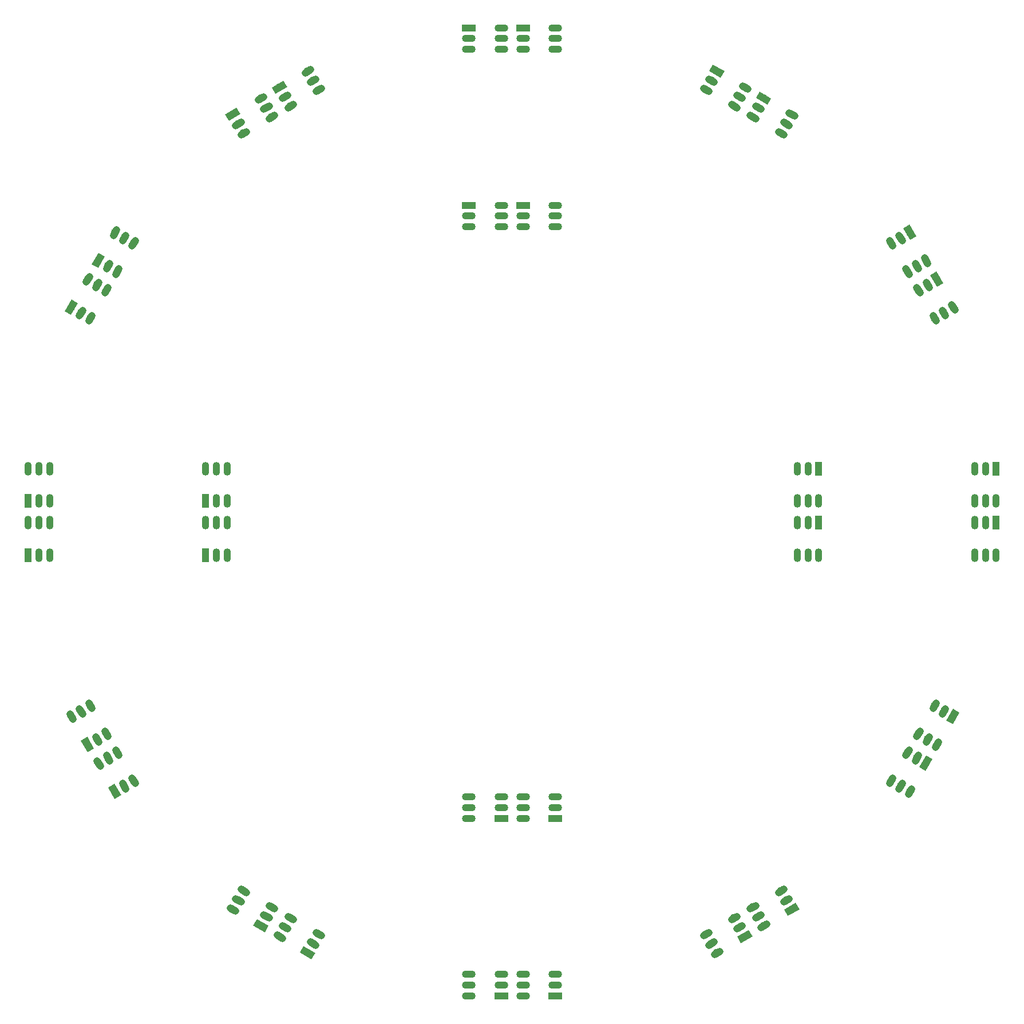
<source format=gbr>
G04 #@! TF.GenerationSoftware,KiCad,Pcbnew,(5.0.1-3-g963ef8bb5)*
G04 #@! TF.CreationDate,2019-08-14T18:08:12+02:00*
G04 #@! TF.ProjectId,crecol_led_pcb_v20,637265636F6C5F6C65645F7063625F76,rev?*
G04 #@! TF.SameCoordinates,Original*
G04 #@! TF.FileFunction,Paste,Top*
G04 #@! TF.FilePolarity,Positive*
%FSLAX46Y46*%
G04 Gerber Fmt 4.6, Leading zero omitted, Abs format (unit mm)*
G04 Created by KiCad (PCBNEW (5.0.1-3-g963ef8bb5)) date 2019 August 14, Wednesday 18:08:12*
%MOMM*%
%LPD*%
G01*
G04 APERTURE LIST*
%ADD10R,2.000000X1.100000*%
%ADD11O,2.000000X1.100000*%
%ADD12R,1.100000X2.000000*%
%ADD13O,1.100000X2.000000*%
%ADD14C,1.100000*%
%ADD15C,1.100000*%
%ADD16C,0.100000*%
G04 APERTURE END LIST*
D10*
G04 #@! TO.C,U14B1*
X98400000Y-145350000D03*
D11*
X98400000Y-143750000D03*
X98400000Y-142150000D03*
X93600000Y-142150000D03*
X93600000Y-143750000D03*
X93600000Y-145350000D03*
G04 #@! TD*
D12*
G04 #@! TO.C,U15B1*
X54650000Y-98400000D03*
D13*
X56250000Y-98400000D03*
X57850000Y-98400000D03*
X57850000Y-93600000D03*
X56250000Y-93600000D03*
X54650000Y-93600000D03*
G04 #@! TD*
D10*
G04 #@! TO.C,U16B1*
X101600000Y-54650000D03*
D11*
X101600000Y-56250000D03*
X101600000Y-57850000D03*
X106400000Y-57850000D03*
X106400000Y-56250000D03*
X106400000Y-54650000D03*
G04 #@! TD*
G04 #@! TO.C,U14A1*
X101600000Y-145350000D03*
X101600000Y-143750000D03*
X101600000Y-142150000D03*
X106400000Y-142150000D03*
X106400000Y-143750000D03*
D10*
X106400000Y-145350000D03*
G04 #@! TD*
D13*
G04 #@! TO.C,U15A1*
X54650000Y-101600000D03*
X56250000Y-101600000D03*
X57850000Y-101600000D03*
X57850000Y-106400000D03*
X56250000Y-106400000D03*
D12*
X54650000Y-106400000D03*
G04 #@! TD*
D11*
G04 #@! TO.C,U16A1*
X98400000Y-54650000D03*
X98400000Y-56250000D03*
X98400000Y-57850000D03*
X93600000Y-57850000D03*
X93600000Y-56250000D03*
D10*
X93600000Y-54650000D03*
G04 #@! TD*
D14*
G04 #@! TO.C,U1A1*
X134414359Y-37192581D03*
D15*
X134024648Y-36967581D02*
X134804070Y-37417581D01*
D14*
X133614359Y-38578222D03*
D15*
X133224648Y-38353222D02*
X134004070Y-38803222D01*
D14*
X132814359Y-39963863D03*
D15*
X132424648Y-39738863D02*
X133204070Y-40188863D01*
D14*
X128657437Y-37563863D03*
D15*
X128267726Y-37338863D02*
X129047148Y-37788863D01*
D14*
X129457437Y-36178222D03*
D15*
X129067726Y-35953222D02*
X129847148Y-36403222D01*
D14*
X130257437Y-34792581D03*
D16*
G36*
X129116412Y-34768895D02*
X129666412Y-33816267D01*
X131398462Y-34816267D01*
X130848462Y-35768895D01*
X129116412Y-34768895D01*
X129116412Y-34768895D01*
G37*
G04 #@! TD*
D14*
G04 #@! TO.C,U2A1*
X161207419Y-62814359D03*
D15*
X160982419Y-62424648D02*
X161432419Y-63204070D01*
D14*
X159821778Y-63614359D03*
D15*
X159596778Y-63224648D02*
X160046778Y-64004070D01*
D14*
X158436137Y-64414359D03*
D15*
X158211137Y-64024648D02*
X158661137Y-64804070D01*
D14*
X156036137Y-60257437D03*
D15*
X155811137Y-59867726D02*
X156261137Y-60647148D01*
D14*
X157421778Y-59457437D03*
D15*
X157196778Y-59067726D02*
X157646778Y-59847148D01*
D14*
X158807419Y-58657437D03*
D16*
G36*
X157831105Y-58066412D02*
X158783733Y-57516412D01*
X159783733Y-59248462D01*
X158831105Y-59798462D01*
X157831105Y-58066412D01*
X157831105Y-58066412D01*
G37*
G04 #@! TD*
D13*
G04 #@! TO.C,U3A1*
X171600000Y-98400000D03*
X170000000Y-98400000D03*
X168400000Y-98400000D03*
X168400000Y-93600000D03*
X170000000Y-93600000D03*
D12*
X171600000Y-93600000D03*
G04 #@! TD*
D14*
G04 #@! TO.C,U4A1*
X162807419Y-134414359D03*
D15*
X163032419Y-134024648D02*
X162582419Y-134804070D01*
D14*
X161421778Y-133614359D03*
D15*
X161646778Y-133224648D02*
X161196778Y-134004070D01*
D14*
X160036137Y-132814359D03*
D15*
X160261137Y-132424648D02*
X159811137Y-133204070D01*
D14*
X162436137Y-128657437D03*
D15*
X162661137Y-128267726D02*
X162211137Y-129047148D01*
D14*
X163821778Y-129457437D03*
D15*
X164046778Y-129067726D02*
X163596778Y-129847148D01*
D14*
X165207419Y-130257437D03*
D16*
G36*
X165231105Y-129116412D02*
X166183733Y-129666412D01*
X165183733Y-131398462D01*
X164231105Y-130848462D01*
X165231105Y-129116412D01*
X165231105Y-129116412D01*
G37*
G04 #@! TD*
D14*
G04 #@! TO.C,U5A1*
X137185641Y-161207419D03*
D15*
X137575352Y-160982419D02*
X136795930Y-161432419D01*
D14*
X136385641Y-159821778D03*
D15*
X136775352Y-159596778D02*
X135995930Y-160046778D01*
D14*
X135585641Y-158436137D03*
D15*
X135975352Y-158211137D02*
X135195930Y-158661137D01*
D14*
X139742563Y-156036137D03*
D15*
X140132274Y-155811137D02*
X139352852Y-156261137D01*
D14*
X140542563Y-157421778D03*
D15*
X140932274Y-157196778D02*
X140152852Y-157646778D01*
D14*
X141342563Y-158807419D03*
D16*
G36*
X141933588Y-157831105D02*
X142483588Y-158783733D01*
X140751538Y-159783733D01*
X140201538Y-158831105D01*
X141933588Y-157831105D01*
X141933588Y-157831105D01*
G37*
G04 #@! TD*
D11*
G04 #@! TO.C,U6A1*
X101600000Y-171600000D03*
X101600000Y-170000000D03*
X101600000Y-168400000D03*
X106400000Y-168400000D03*
X106400000Y-170000000D03*
D10*
X106400000Y-171600000D03*
G04 #@! TD*
D14*
G04 #@! TO.C,U7A1*
X65585641Y-162807419D03*
D15*
X65975352Y-163032419D02*
X65195930Y-162582419D01*
D14*
X66385641Y-161421778D03*
D15*
X66775352Y-161646778D02*
X65995930Y-161196778D01*
D14*
X67185641Y-160036137D03*
D15*
X67575352Y-160261137D02*
X66795930Y-159811137D01*
D14*
X71342563Y-162436137D03*
D15*
X71732274Y-162661137D02*
X70952852Y-162211137D01*
D14*
X70542563Y-163821778D03*
D15*
X70932274Y-164046778D02*
X70152852Y-163596778D01*
D14*
X69742563Y-165207419D03*
D16*
G36*
X70883588Y-165231105D02*
X70333588Y-166183733D01*
X68601538Y-165183733D01*
X69151538Y-164231105D01*
X70883588Y-165231105D01*
X70883588Y-165231105D01*
G37*
G04 #@! TD*
D14*
G04 #@! TO.C,U8A1*
X38792581Y-137185641D03*
D15*
X39017581Y-137575352D02*
X38567581Y-136795930D01*
D14*
X40178222Y-136385641D03*
D15*
X40403222Y-136775352D02*
X39953222Y-135995930D01*
D14*
X41563863Y-135585641D03*
D15*
X41788863Y-135975352D02*
X41338863Y-135195930D01*
D14*
X43963863Y-139742563D03*
D15*
X44188863Y-140132274D02*
X43738863Y-139352852D01*
D14*
X42578222Y-140542563D03*
D15*
X42803222Y-140932274D02*
X42353222Y-140152852D01*
D14*
X41192581Y-141342563D03*
D16*
G36*
X42168895Y-141933588D02*
X41216267Y-142483588D01*
X40216267Y-140751538D01*
X41168895Y-140201538D01*
X42168895Y-141933588D01*
X42168895Y-141933588D01*
G37*
G04 #@! TD*
D13*
G04 #@! TO.C,U9A1*
X28400000Y-101600000D03*
X30000000Y-101600000D03*
X31600000Y-101600000D03*
X31600000Y-106400000D03*
X30000000Y-106400000D03*
D12*
X28400000Y-106400000D03*
G04 #@! TD*
D14*
G04 #@! TO.C,U10A1*
X37192581Y-65585641D03*
D15*
X36967581Y-65975352D02*
X37417581Y-65195930D01*
D14*
X38578222Y-66385641D03*
D15*
X38353222Y-66775352D02*
X38803222Y-65995930D01*
D14*
X39963863Y-67185641D03*
D15*
X39738863Y-67575352D02*
X40188863Y-66795930D01*
D14*
X37563863Y-71342563D03*
D15*
X37338863Y-71732274D02*
X37788863Y-70952852D01*
D14*
X36178222Y-70542563D03*
D15*
X35953222Y-70932274D02*
X36403222Y-70152852D01*
D14*
X34792581Y-69742563D03*
D16*
G36*
X34768895Y-70883588D02*
X33816267Y-70333588D01*
X34816267Y-68601538D01*
X35768895Y-69151538D01*
X34768895Y-70883588D01*
X34768895Y-70883588D01*
G37*
G04 #@! TD*
D14*
G04 #@! TO.C,U11A1*
X62814359Y-38792581D03*
D15*
X62424648Y-39017581D02*
X63204070Y-38567581D01*
D14*
X63614359Y-40178222D03*
D15*
X63224648Y-40403222D02*
X64004070Y-39953222D01*
D14*
X64414359Y-41563863D03*
D15*
X64024648Y-41788863D02*
X64804070Y-41338863D01*
D14*
X60257437Y-43963863D03*
D15*
X59867726Y-44188863D02*
X60647148Y-43738863D01*
D14*
X59457437Y-42578222D03*
D15*
X59067726Y-42803222D02*
X59847148Y-42353222D01*
D14*
X58657437Y-41192581D03*
D16*
G36*
X58066412Y-42168895D02*
X57516412Y-41216267D01*
X59248462Y-40216267D01*
X59798462Y-41168895D01*
X58066412Y-42168895D01*
X58066412Y-42168895D01*
G37*
G04 #@! TD*
D14*
G04 #@! TO.C,U1B1*
X137185641Y-38792581D03*
D16*
G36*
X136044616Y-38768895D02*
X136594616Y-37816267D01*
X138326666Y-38816267D01*
X137776666Y-39768895D01*
X136044616Y-38768895D01*
X136044616Y-38768895D01*
G37*
D14*
X136385641Y-40178222D03*
D15*
X135995930Y-39953222D02*
X136775352Y-40403222D01*
D14*
X135585641Y-41563863D03*
D15*
X135195930Y-41338863D02*
X135975352Y-41788863D01*
D14*
X139742563Y-43963863D03*
D15*
X139352852Y-43738863D02*
X140132274Y-44188863D01*
D14*
X140542563Y-42578222D03*
D15*
X140152852Y-42353222D02*
X140932274Y-42803222D01*
D14*
X141342563Y-41192581D03*
D15*
X140952852Y-40967581D02*
X141732274Y-41417581D01*
G04 #@! TD*
D14*
G04 #@! TO.C,U2B1*
X162807419Y-65585641D03*
D16*
G36*
X161831105Y-64994616D02*
X162783733Y-64444616D01*
X163783733Y-66176666D01*
X162831105Y-66726666D01*
X161831105Y-64994616D01*
X161831105Y-64994616D01*
G37*
D14*
X161421778Y-66385641D03*
D15*
X161196778Y-65995930D02*
X161646778Y-66775352D01*
D14*
X160036137Y-67185641D03*
D15*
X159811137Y-66795930D02*
X160261137Y-67575352D01*
D14*
X162436137Y-71342563D03*
D15*
X162211137Y-70952852D02*
X162661137Y-71732274D01*
D14*
X163821778Y-70542563D03*
D15*
X163596778Y-70152852D02*
X164046778Y-70932274D01*
D14*
X165207419Y-69742563D03*
D15*
X164982419Y-69352852D02*
X165432419Y-70132274D01*
G04 #@! TD*
D12*
G04 #@! TO.C,U3B1*
X171600000Y-101600000D03*
D13*
X170000000Y-101600000D03*
X168400000Y-101600000D03*
X168400000Y-106400000D03*
X170000000Y-106400000D03*
X171600000Y-106400000D03*
G04 #@! TD*
D14*
G04 #@! TO.C,U4B1*
X161207419Y-137185641D03*
D16*
G36*
X161231105Y-136044616D02*
X162183733Y-136594616D01*
X161183733Y-138326666D01*
X160231105Y-137776666D01*
X161231105Y-136044616D01*
X161231105Y-136044616D01*
G37*
D14*
X159821778Y-136385641D03*
D15*
X160046778Y-135995930D02*
X159596778Y-136775352D01*
D14*
X158436137Y-135585641D03*
D15*
X158661137Y-135195930D02*
X158211137Y-135975352D01*
D14*
X156036137Y-139742563D03*
D15*
X156261137Y-139352852D02*
X155811137Y-140132274D01*
D14*
X157421778Y-140542563D03*
D15*
X157646778Y-140152852D02*
X157196778Y-140932274D01*
D14*
X158807419Y-141342563D03*
D15*
X159032419Y-140952852D02*
X158582419Y-141732274D01*
G04 #@! TD*
D14*
G04 #@! TO.C,U5B1*
X134414359Y-162807419D03*
D16*
G36*
X135005384Y-161831105D02*
X135555384Y-162783733D01*
X133823334Y-163783733D01*
X133273334Y-162831105D01*
X135005384Y-161831105D01*
X135005384Y-161831105D01*
G37*
D14*
X133614359Y-161421778D03*
D15*
X134004070Y-161196778D02*
X133224648Y-161646778D01*
D14*
X132814359Y-160036137D03*
D15*
X133204070Y-159811137D02*
X132424648Y-160261137D01*
D14*
X128657437Y-162436137D03*
D15*
X129047148Y-162211137D02*
X128267726Y-162661137D01*
D14*
X129457437Y-163821778D03*
D15*
X129847148Y-163596778D02*
X129067726Y-164046778D01*
D14*
X130257437Y-165207419D03*
D15*
X130647148Y-164982419D02*
X129867726Y-165432419D01*
G04 #@! TD*
D10*
G04 #@! TO.C,U6B1*
X98400000Y-171600000D03*
D11*
X98400000Y-170000000D03*
X98400000Y-168400000D03*
X93600000Y-168400000D03*
X93600000Y-170000000D03*
X93600000Y-171600000D03*
G04 #@! TD*
D14*
G04 #@! TO.C,U7B1*
X62814359Y-161207419D03*
D16*
G36*
X63955384Y-161231105D02*
X63405384Y-162183733D01*
X61673334Y-161183733D01*
X62223334Y-160231105D01*
X63955384Y-161231105D01*
X63955384Y-161231105D01*
G37*
D14*
X63614359Y-159821778D03*
D15*
X64004070Y-160046778D02*
X63224648Y-159596778D01*
D14*
X64414359Y-158436137D03*
D15*
X64804070Y-158661137D02*
X64024648Y-158211137D01*
D14*
X60257437Y-156036137D03*
D15*
X60647148Y-156261137D02*
X59867726Y-155811137D01*
D14*
X59457437Y-157421778D03*
D15*
X59847148Y-157646778D02*
X59067726Y-157196778D01*
D14*
X58657437Y-158807419D03*
D15*
X59047148Y-159032419D02*
X58267726Y-158582419D01*
G04 #@! TD*
D14*
G04 #@! TO.C,U8B1*
X37192581Y-134414359D03*
D16*
G36*
X38168895Y-135005384D02*
X37216267Y-135555384D01*
X36216267Y-133823334D01*
X37168895Y-133273334D01*
X38168895Y-135005384D01*
X38168895Y-135005384D01*
G37*
D14*
X38578222Y-133614359D03*
D15*
X38803222Y-134004070D02*
X38353222Y-133224648D01*
D14*
X39963863Y-132814359D03*
D15*
X40188863Y-133204070D02*
X39738863Y-132424648D01*
D14*
X37563863Y-128657437D03*
D15*
X37788863Y-129047148D02*
X37338863Y-128267726D01*
D14*
X36178222Y-129457437D03*
D15*
X36403222Y-129847148D02*
X35953222Y-129067726D01*
D14*
X34792581Y-130257437D03*
D15*
X35017581Y-130647148D02*
X34567581Y-129867726D01*
G04 #@! TD*
D12*
G04 #@! TO.C,U9B1*
X28400000Y-98400000D03*
D13*
X30000000Y-98400000D03*
X31600000Y-98400000D03*
X31600000Y-93600000D03*
X30000000Y-93600000D03*
X28400000Y-93600000D03*
G04 #@! TD*
D14*
G04 #@! TO.C,U10B1*
X38792581Y-62814359D03*
D16*
G36*
X38768895Y-63955384D02*
X37816267Y-63405384D01*
X38816267Y-61673334D01*
X39768895Y-62223334D01*
X38768895Y-63955384D01*
X38768895Y-63955384D01*
G37*
D14*
X40178222Y-63614359D03*
D15*
X39953222Y-64004070D02*
X40403222Y-63224648D01*
D14*
X41563863Y-64414359D03*
D15*
X41338863Y-64804070D02*
X41788863Y-64024648D01*
D14*
X43963863Y-60257437D03*
D15*
X43738863Y-60647148D02*
X44188863Y-59867726D01*
D14*
X42578222Y-59457437D03*
D15*
X42353222Y-59847148D02*
X42803222Y-59067726D01*
D14*
X41192581Y-58657437D03*
D15*
X40967581Y-59047148D02*
X41417581Y-58267726D01*
G04 #@! TD*
D14*
G04 #@! TO.C,U11B1*
X65585641Y-37192581D03*
D16*
G36*
X64994616Y-38168895D02*
X64444616Y-37216267D01*
X66176666Y-36216267D01*
X66726666Y-37168895D01*
X64994616Y-38168895D01*
X64994616Y-38168895D01*
G37*
D14*
X66385641Y-38578222D03*
D15*
X65995930Y-38803222D02*
X66775352Y-38353222D01*
D14*
X67185641Y-39963863D03*
D15*
X66795930Y-40188863D02*
X67575352Y-39738863D01*
D14*
X71342563Y-37563863D03*
D15*
X70952852Y-37788863D02*
X71732274Y-37338863D01*
D14*
X70542563Y-36178222D03*
D15*
X70152852Y-36403222D02*
X70932274Y-35953222D01*
D14*
X69742563Y-34792581D03*
D15*
X69352852Y-35017581D02*
X70132274Y-34567581D01*
G04 #@! TD*
D10*
G04 #@! TO.C,U12A1*
X93600000Y-28400000D03*
D11*
X93600000Y-30000000D03*
X93600000Y-31600000D03*
X98400000Y-31600000D03*
X98400000Y-30000000D03*
X98400000Y-28400000D03*
G04 #@! TD*
G04 #@! TO.C,U12B1*
X106400000Y-28400000D03*
X106400000Y-30000000D03*
X106400000Y-31600000D03*
X101600000Y-31600000D03*
X101600000Y-30000000D03*
D10*
X101600000Y-28400000D03*
G04 #@! TD*
D12*
G04 #@! TO.C,U13A1*
X145350000Y-93600000D03*
D13*
X143750000Y-93600000D03*
X142150000Y-93600000D03*
X142150000Y-98400000D03*
X143750000Y-98400000D03*
X145350000Y-98400000D03*
G04 #@! TD*
G04 #@! TO.C,U13B1*
X145350000Y-106400000D03*
X143750000Y-106400000D03*
X142150000Y-106400000D03*
X142150000Y-101600000D03*
X143750000Y-101600000D03*
D12*
X145350000Y-101600000D03*
G04 #@! TD*
M02*

</source>
